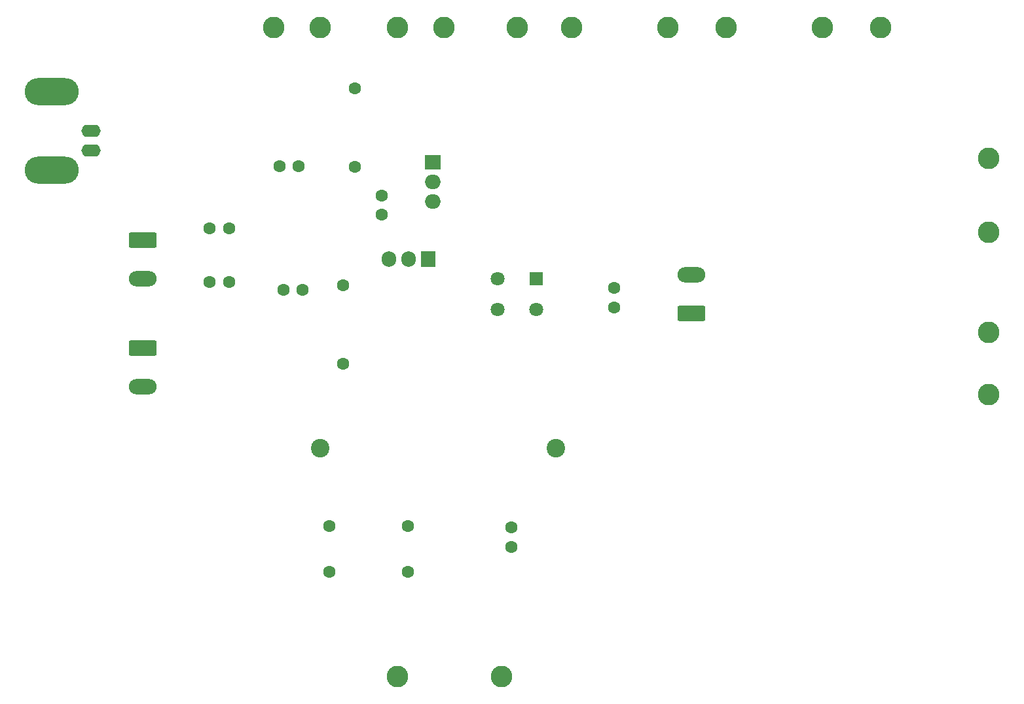
<source format=gbs>
%TF.GenerationSoftware,KiCad,Pcbnew,9.0.4*%
%TF.CreationDate,2025-10-17T10:30:09-05:00*%
%TF.ProjectId,Lab7_302,4c616237-5f33-4303-922e-6b696361645f,rev?*%
%TF.SameCoordinates,Original*%
%TF.FileFunction,Soldermask,Bot*%
%TF.FilePolarity,Negative*%
%FSLAX46Y46*%
G04 Gerber Fmt 4.6, Leading zero omitted, Abs format (unit mm)*
G04 Created by KiCad (PCBNEW 9.0.4) date 2025-10-17 10:30:09*
%MOMM*%
%LPD*%
G01*
G04 APERTURE LIST*
G04 Aperture macros list*
%AMRoundRect*
0 Rectangle with rounded corners*
0 $1 Rounding radius*
0 $2 $3 $4 $5 $6 $7 $8 $9 X,Y pos of 4 corners*
0 Add a 4 corners polygon primitive as box body*
4,1,4,$2,$3,$4,$5,$6,$7,$8,$9,$2,$3,0*
0 Add four circle primitives for the rounded corners*
1,1,$1+$1,$2,$3*
1,1,$1+$1,$4,$5*
1,1,$1+$1,$6,$7*
1,1,$1+$1,$8,$9*
0 Add four rect primitives between the rounded corners*
20,1,$1+$1,$2,$3,$4,$5,0*
20,1,$1+$1,$4,$5,$6,$7,0*
20,1,$1+$1,$6,$7,$8,$9,0*
20,1,$1+$1,$8,$9,$2,$3,0*%
G04 Aperture macros list end*
%ADD10C,2.800000*%
%ADD11C,1.600000*%
%ADD12R,1.905000X2.000000*%
%ADD13O,1.905000X2.000000*%
%ADD14RoundRect,0.250000X-1.550000X0.750000X-1.550000X-0.750000X1.550000X-0.750000X1.550000X0.750000X0*%
%ADD15O,3.600000X2.000000*%
%ADD16R,2.000000X1.905000*%
%ADD17O,2.000000X1.905000*%
%ADD18C,2.400000*%
%ADD19R,1.800000X1.800000*%
%ADD20C,1.800000*%
%ADD21RoundRect,0.250000X1.550000X-0.750000X1.550000X0.750000X-1.550000X0.750000X-1.550000X-0.750000X0*%
%ADD22O,2.500000X1.600000*%
%ADD23O,7.000000X3.500000*%
G04 APERTURE END LIST*
D10*
%TO.C,LOWDR_T4*%
X159222500Y-55500000D03*
%TD*%
%TO.C,Vin_T1*%
X108222500Y-55500000D03*
%TD*%
D11*
%TO.C,C5*%
X111472500Y-73500000D03*
X108972500Y-73500000D03*
%TD*%
D10*
%TO.C,10V_T2*%
X124222500Y-55500000D03*
%TD*%
D11*
%TO.C,C3*%
X109472500Y-89500000D03*
X111972500Y-89500000D03*
%TD*%
D10*
%TO.C,GND_T6*%
X200722500Y-82000000D03*
%TD*%
%TO.C,Vout-_T7*%
X200722500Y-95000000D03*
%TD*%
D11*
%TO.C,C2*%
X152222500Y-91750000D03*
X152222500Y-89250000D03*
%TD*%
D12*
%TO.C,Q2*%
X128222500Y-85500000D03*
D13*
X125682500Y-85500000D03*
X123142500Y-85500000D03*
%TD*%
D10*
%TO.C,OPAMP_OUT_T8*%
X124222500Y-139500000D03*
%TD*%
D14*
%TO.C,Vin1*%
X91277500Y-83000000D03*
D15*
X91277500Y-88000000D03*
%TD*%
D16*
%TO.C,Q1*%
X128772500Y-72960000D03*
D17*
X128772500Y-75500000D03*
X128772500Y-78040000D03*
%TD*%
D11*
%TO.C,C7*%
X99972500Y-81500000D03*
X102472500Y-81500000D03*
%TD*%
D10*
%TO.C,PWN_T3*%
X139722500Y-55500000D03*
%TD*%
D11*
%TO.C,R4*%
X118722500Y-73580000D03*
X118722500Y-63420000D03*
%TD*%
%TO.C,C4*%
X139000000Y-120250000D03*
X139000000Y-122750000D03*
%TD*%
D18*
%TO.C,R1*%
X114255000Y-110000000D03*
X144735000Y-110000000D03*
%TD*%
D10*
%TO.C,GND_T2*%
X130222500Y-55500000D03*
%TD*%
%TO.C,GND_T8*%
X137722500Y-139500000D03*
%TD*%
D19*
%TO.C,L1*%
X142222500Y-88000000D03*
D20*
X137222500Y-88000000D03*
X142222500Y-92000000D03*
X137222500Y-92000000D03*
%TD*%
D11*
%TO.C,C6*%
X99972500Y-88500000D03*
X102472500Y-88500000D03*
%TD*%
%TO.C,R2*%
X125580000Y-126000000D03*
X115420000Y-126000000D03*
%TD*%
D10*
%TO.C,GND_T3*%
X146722500Y-55500000D03*
%TD*%
D21*
%TO.C,Vout1*%
X162222500Y-92500000D03*
D15*
X162222500Y-87500000D03*
%TD*%
D11*
%TO.C,C1*%
X122222500Y-77250000D03*
X122222500Y-79750000D03*
%TD*%
D10*
%TO.C,GND_T7*%
X200722500Y-103000000D03*
%TD*%
%TO.C,GND_T4*%
X166722500Y-55500000D03*
%TD*%
%TO.C,Vout+_T6*%
X200722500Y-72500000D03*
%TD*%
%TO.C,LOW_Vds_T5*%
X179222500Y-55500000D03*
%TD*%
%TO.C,GND_T5*%
X186722500Y-55500000D03*
%TD*%
D11*
%TO.C,R3*%
X115420000Y-120000000D03*
X125580000Y-120000000D03*
%TD*%
D14*
%TO.C,10VD1*%
X91277500Y-97000000D03*
D15*
X91277500Y-102000000D03*
%TD*%
D22*
%TO.C,PWM1*%
X84580000Y-68920000D03*
D23*
X79500000Y-74000000D03*
D22*
X84580000Y-71460000D03*
D23*
X79500000Y-63840000D03*
%TD*%
D11*
%TO.C,R5*%
X117222500Y-88920000D03*
X117222500Y-99080000D03*
%TD*%
D10*
%TO.C,GND_T1*%
X114222500Y-55500000D03*
%TD*%
M02*

</source>
